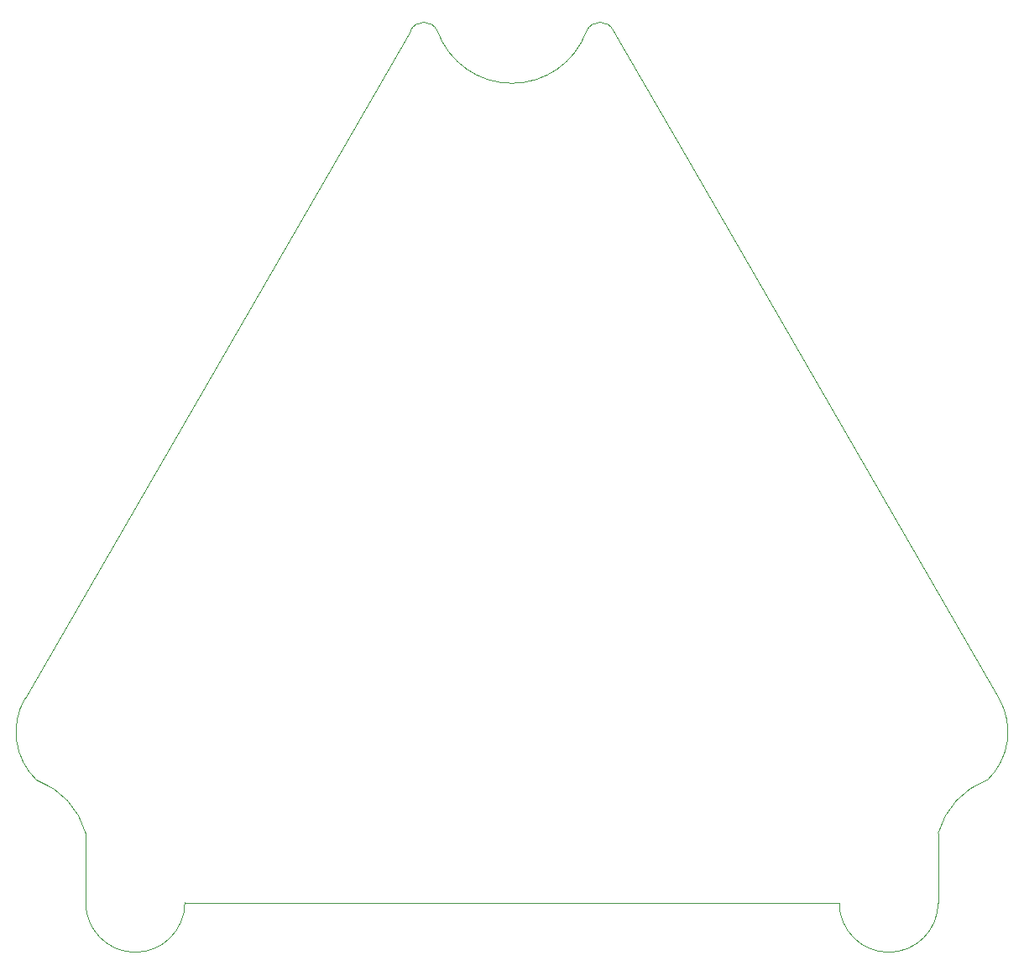
<source format=gko>
G04*
G04 #@! TF.GenerationSoftware,Altium Limited,Altium Designer,22.1.2 (22)*
G04*
G04 Layer_Color=16711935*
%FSLAX25Y25*%
%MOIN*%
G70*
G04*
G04 #@! TF.SameCoordinates,8C121C91-0C0E-4A63-ABDB-05F36A63E408*
G04*
G04*
G04 #@! TF.FilePolarity,Positive*
G04*
G01*
G75*
%ADD10C,0.00394*%
D10*
X51739Y32048D02*
G03*
X91109Y32048I19685J0D01*
G01*
X409864Y80814D02*
G03*
X390278Y59607I10772J-29597D01*
G01*
X350994Y32005D02*
G03*
X390278Y32005I19642J0D01*
G01*
X51770Y59616D02*
G03*
X32196Y80780I-30346J-8432D01*
G01*
X191433Y378240D02*
G03*
X250626Y378240I29597J10772D01*
G01*
X409872Y80782D02*
G03*
X414481Y113103I-18403J19114D01*
G01*
X27584Y113100D02*
G03*
X32196Y80780I23009J-13206D01*
G01*
X261434Y378240D02*
G03*
X250614Y378207I-5403J-2401D01*
G01*
X191433Y378240D02*
G03*
X180613Y378207I-5403J-2401D01*
G01*
X289227Y330091D02*
X414451Y113162D01*
X27610Y113198D02*
X180613Y378207D01*
X265408Y371347D02*
X289227Y330091D01*
X265408Y371347D02*
X265408Y371347D01*
X390278Y32005D02*
Y59607D01*
X51739Y32048D02*
Y59607D01*
X265408Y371347D02*
X265410Y371354D01*
X261434Y378240D02*
X265410Y371354D01*
X91158Y32000D02*
X351000D01*
M02*

</source>
